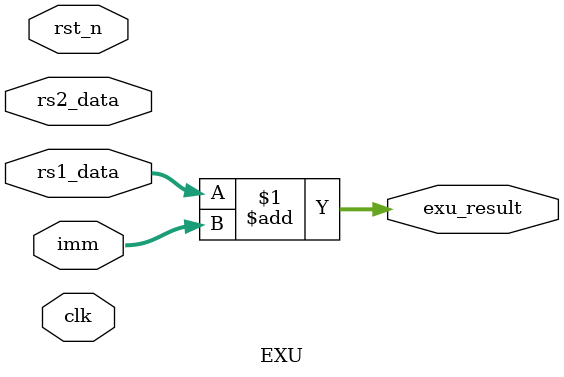
<source format=v>
module EXU (
    input clk,
    input rst_n,
    //interface with IDU
    input [31:0] rs1_data,
    input [31:0] rs2_data,
    input [31:0] imm,
    //output
    output [31:0] exu_result
);
    assign exu_result = rs1_data + imm; // todo //
endmodule

</source>
